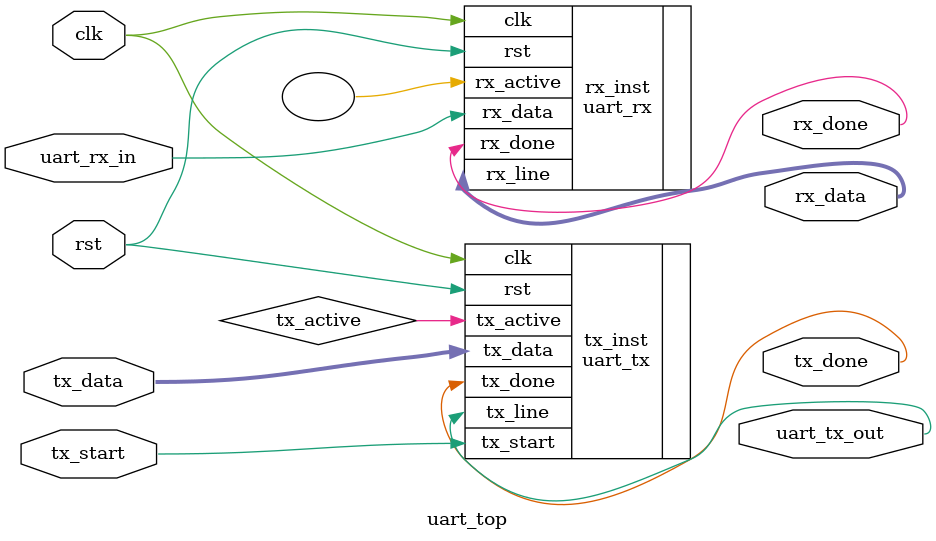
<source format=sv>
module uart_top(
    input  wire       clk,          // System clock (125MHz)
    input  wire       rst,          // Reset (active low)
    input  wire       uart_rx_in,   // UART RX input from USB/Serial
    output wire       uart_tx_out,  // UART TX output to USB/Serial
    input  wire       tx_start,     // Button to start transmission
    input  wire [7:0] tx_data,      // Data to transmit
    output wire [7:0] rx_data,      // Last received data
    output wire       rx_done,      // Pulse when byte received
    output wire       tx_done       // Pulse when transmission done
);

    // Internal wires
    wire tx_active;

    // Instantiate UART TX
    uart_tx tx_inst (
        .clk(clk),
        .rst(rst),
        .tx_start(tx_start),
        .tx_data(tx_data),
        .tx_done(tx_done),
        .tx_active(tx_active),
        .tx_line(uart_tx_out)
    );

    // Instantiate UART RX
    uart_rx rx_inst (
        .clk(clk),
        .rst(rst),
        .rx_data(uart_rx_in),
        .rx_done(rx_done),
        .rx_active(), // Not used externally
        .rx_line(rx_data)
    );

endmodule
</source>
